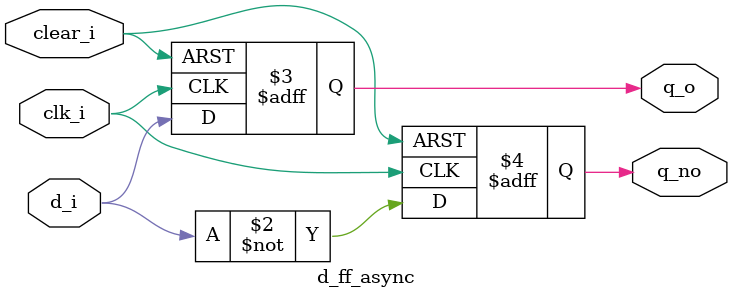
<source format=sv>
module d_ff_async (
    input  logic clear_i,
    input  logic d_i,
    input  logic clk_i,
    output logic q_o,
    output logic q_no
);

  always_ff @(posedge clk_i, posedge clear_i) begin
    if (clear_i) begin
      q_o <= 0;
      q_no <= 1;
    end else begin
      q_o <= d_i;
      q_no <= ~d_i;
    end
  end

endmodule

</source>
